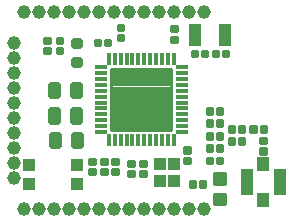
<source format=gbr>
G04 EAGLE Gerber RS-274X export*
G75*
%MOMM*%
%FSLAX34Y34*%
%LPD*%
%INSoldermask Top*%
%IPPOS*%
%AMOC8*
5,1,8,0,0,1.08239X$1,22.5*%
G01*
%ADD10R,0.977000X0.427000*%
%ADD11R,0.427000X0.977000*%
%ADD12C,0.268850*%
%ADD13C,0.406869*%
%ADD14C,0.631119*%
%ADD15C,0.531859*%
%ADD16R,1.127000X1.927000*%
%ADD17R,0.977000X1.077000*%
%ADD18C,0.400200*%
%ADD19R,1.027000X1.127000*%
%ADD20C,0.428259*%
%ADD21C,1.177000*%
%ADD22R,0.977000X2.327000*%
%ADD23R,1.127000X1.177000*%


D10*
X145371Y71052D03*
X145371Y76052D03*
X145371Y81052D03*
X145371Y86052D03*
X145371Y91052D03*
X145371Y96052D03*
X145371Y101052D03*
X145371Y106052D03*
X145371Y111052D03*
X145371Y116052D03*
X145371Y121052D03*
X145371Y126052D03*
D11*
X138371Y133052D03*
X133371Y133052D03*
X128371Y133052D03*
X123371Y133052D03*
X118371Y133052D03*
X113371Y133052D03*
X108371Y133052D03*
X103371Y133052D03*
X98371Y133052D03*
X93371Y133052D03*
X88371Y133052D03*
X83371Y133052D03*
D10*
X76371Y126052D03*
X76371Y121052D03*
X76371Y116052D03*
X76371Y111052D03*
X76371Y106052D03*
X76371Y101052D03*
X76371Y96052D03*
X76371Y91052D03*
X76371Y86052D03*
X76371Y81052D03*
X76371Y76052D03*
X76371Y71052D03*
D11*
X83371Y64052D03*
X88371Y64052D03*
X93371Y64052D03*
X98371Y64052D03*
X103371Y64052D03*
X108371Y64052D03*
X113371Y64052D03*
X118371Y64052D03*
X123371Y64052D03*
X128371Y64052D03*
X133371Y64052D03*
X138371Y64052D03*
D12*
X85330Y73011D02*
X85330Y124093D01*
X136412Y124093D01*
X136412Y73011D01*
X85330Y73011D01*
X85330Y75566D02*
X136412Y75566D01*
X136412Y78121D02*
X85330Y78121D01*
X85330Y80676D02*
X136412Y80676D01*
X136412Y83231D02*
X85330Y83231D01*
X85330Y85786D02*
X136412Y85786D01*
X136412Y88341D02*
X85330Y88341D01*
X85330Y90896D02*
X136412Y90896D01*
X136412Y93451D02*
X85330Y93451D01*
X85330Y96006D02*
X136412Y96006D01*
X136412Y98561D02*
X85330Y98561D01*
X85330Y101116D02*
X136412Y101116D01*
X136412Y103671D02*
X85330Y103671D01*
X85330Y106226D02*
X136412Y106226D01*
X136412Y108781D02*
X85330Y108781D01*
X85330Y111336D02*
X136412Y111336D01*
X136412Y113891D02*
X85330Y113891D01*
X85330Y116446D02*
X136412Y116446D01*
X136412Y119001D02*
X85330Y119001D01*
X85330Y121556D02*
X136412Y121556D01*
D13*
X43257Y147144D02*
X43257Y149746D01*
X43257Y147144D02*
X40055Y147144D01*
X40055Y149746D01*
X43257Y149746D01*
X40055Y141146D02*
X40055Y138544D01*
X40055Y141146D02*
X43257Y141146D01*
X43257Y138544D01*
X40055Y138544D01*
X32970Y147144D02*
X32970Y149746D01*
X32970Y147144D02*
X29768Y147144D01*
X29768Y149746D01*
X32970Y149746D01*
X29768Y141146D02*
X29768Y138544D01*
X29768Y141146D02*
X32970Y141146D01*
X32970Y138544D01*
X29768Y138544D01*
X90501Y47638D02*
X90501Y45036D01*
X87299Y45036D01*
X87299Y47638D01*
X90501Y47638D01*
X87299Y39038D02*
X87299Y36436D01*
X87299Y39038D02*
X90501Y39038D01*
X90501Y36436D01*
X87299Y36436D01*
X77520Y36309D02*
X77520Y38911D01*
X80722Y38911D01*
X80722Y36309D01*
X77520Y36309D01*
X80722Y44909D02*
X80722Y47511D01*
X80722Y44909D02*
X77520Y44909D01*
X77520Y47511D01*
X80722Y47511D01*
X74979Y148413D02*
X72377Y148413D01*
X74979Y148413D02*
X74979Y145211D01*
X72377Y145211D01*
X72377Y148413D01*
X80977Y145211D02*
X83579Y145211D01*
X80977Y145211D02*
X80977Y148413D01*
X83579Y148413D01*
X83579Y145211D01*
X172326Y139142D02*
X174928Y139142D01*
X174928Y135940D01*
X172326Y135940D01*
X172326Y139142D01*
X180926Y135940D02*
X183528Y135940D01*
X180926Y135940D02*
X180926Y139142D01*
X183528Y139142D01*
X183528Y135940D01*
X165621Y135940D02*
X163019Y135940D01*
X163019Y139142D01*
X165621Y139142D01*
X165621Y135940D01*
X157021Y139142D02*
X154419Y139142D01*
X157021Y139142D02*
X157021Y135940D01*
X154419Y135940D01*
X154419Y139142D01*
X136702Y148450D02*
X136702Y151052D01*
X139904Y151052D01*
X139904Y148450D01*
X136702Y148450D01*
X139904Y157050D02*
X139904Y159652D01*
X139904Y157050D02*
X136702Y157050D01*
X136702Y159652D01*
X139904Y159652D01*
X91744Y152322D02*
X91744Y149720D01*
X91744Y152322D02*
X94946Y152322D01*
X94946Y149720D01*
X91744Y149720D01*
X94946Y158320D02*
X94946Y160922D01*
X94946Y158320D02*
X91744Y158320D01*
X91744Y160922D01*
X94946Y160922D01*
X104090Y45733D02*
X104090Y43131D01*
X100888Y43131D01*
X100888Y45733D01*
X104090Y45733D01*
X100888Y37133D02*
X100888Y34531D01*
X100888Y37133D02*
X104090Y37133D01*
X104090Y34531D01*
X100888Y34531D01*
X70562Y44909D02*
X70562Y47511D01*
X70562Y44909D02*
X67360Y44909D01*
X67360Y47511D01*
X70562Y47511D01*
X67360Y38911D02*
X67360Y36309D01*
X67360Y38911D02*
X70562Y38911D01*
X70562Y36309D01*
X67360Y36309D01*
D14*
X59201Y59682D02*
X54241Y59682D01*
X54241Y68842D01*
X59201Y68842D01*
X59201Y59682D01*
X59201Y65677D02*
X54241Y65677D01*
X40501Y68842D02*
X35541Y68842D01*
X40501Y68842D02*
X40501Y59682D01*
X35541Y59682D01*
X35541Y68842D01*
X35541Y65677D02*
X40501Y65677D01*
X39358Y111260D02*
X34398Y111260D01*
X39358Y111260D02*
X39358Y102100D01*
X34398Y102100D01*
X34398Y111260D01*
X34398Y108095D02*
X39358Y108095D01*
X53098Y102100D02*
X58058Y102100D01*
X53098Y102100D02*
X53098Y111260D01*
X58058Y111260D01*
X58058Y102100D01*
X58058Y108095D02*
X53098Y108095D01*
D13*
X113742Y45733D02*
X113742Y43131D01*
X110540Y43131D01*
X110540Y45733D01*
X113742Y45733D01*
X110540Y37133D02*
X110540Y34531D01*
X110540Y37133D02*
X113742Y37133D01*
X113742Y34531D01*
X110540Y34531D01*
X151461Y54561D02*
X151461Y57163D01*
X151461Y54561D02*
X148259Y54561D01*
X148259Y57163D01*
X151461Y57163D01*
X148259Y48563D02*
X148259Y45961D01*
X148259Y48563D02*
X151461Y48563D01*
X151461Y45961D01*
X148259Y45961D01*
D15*
X53635Y127796D02*
X53635Y131648D01*
X58887Y131648D01*
X58887Y127796D01*
X53635Y127796D01*
X58887Y144196D02*
X58887Y148048D01*
X58887Y144196D02*
X53635Y144196D01*
X53635Y148048D01*
X58887Y148048D01*
D14*
X58185Y80510D02*
X53225Y80510D01*
X53225Y89670D01*
X58185Y89670D01*
X58185Y80510D01*
X58185Y86505D02*
X53225Y86505D01*
X39485Y89670D02*
X34525Y89670D01*
X39485Y89670D02*
X39485Y80510D01*
X34525Y80510D01*
X34525Y89670D01*
X34525Y86505D02*
X39485Y86505D01*
D16*
X181537Y153162D03*
X156537Y153162D03*
D17*
X138211Y29453D03*
X138211Y43953D03*
X126711Y43953D03*
X126711Y29453D03*
D18*
X167193Y76852D02*
X169861Y76852D01*
X167193Y76852D02*
X167193Y80120D01*
X169861Y80120D01*
X169861Y76852D01*
X175833Y76852D02*
X178501Y76852D01*
X175833Y76852D02*
X175833Y80120D01*
X178501Y80120D01*
X178501Y76852D01*
X169988Y87139D02*
X167320Y87139D01*
X167320Y90407D01*
X169988Y90407D01*
X169988Y87139D01*
X175960Y87139D02*
X178628Y87139D01*
X175960Y87139D02*
X175960Y90407D01*
X178628Y90407D01*
X178628Y87139D01*
X178755Y48624D02*
X176087Y48624D01*
X178755Y48624D02*
X178755Y45356D01*
X176087Y45356D01*
X176087Y48624D01*
X170115Y48624D02*
X167447Y48624D01*
X170115Y48624D02*
X170115Y45356D01*
X167447Y45356D01*
X167447Y48624D01*
X167320Y66184D02*
X169988Y66184D01*
X167320Y66184D02*
X167320Y69452D01*
X169988Y69452D01*
X169988Y66184D01*
X175960Y66184D02*
X178628Y66184D01*
X175960Y66184D02*
X175960Y69452D01*
X178628Y69452D01*
X178628Y66184D01*
X194248Y64880D02*
X196916Y64880D01*
X196916Y61612D01*
X194248Y61612D01*
X194248Y64880D01*
X188276Y64880D02*
X185608Y64880D01*
X188276Y64880D02*
X188276Y61612D01*
X185608Y61612D01*
X185608Y64880D01*
X212488Y64963D02*
X212488Y62295D01*
X212488Y64963D02*
X215756Y64963D01*
X215756Y62295D01*
X212488Y62295D01*
X212488Y56323D02*
X212488Y53655D01*
X212488Y56323D02*
X215756Y56323D01*
X215756Y53655D01*
X212488Y53655D01*
X169988Y55897D02*
X167320Y55897D01*
X167320Y59165D01*
X169988Y59165D01*
X169988Y55897D01*
X175960Y55897D02*
X178628Y55897D01*
X175960Y55897D02*
X175960Y59165D01*
X178628Y59165D01*
X178628Y55897D01*
X185735Y71899D02*
X188403Y71899D01*
X185735Y71899D02*
X185735Y75167D01*
X188403Y75167D01*
X188403Y71899D01*
X194375Y71899D02*
X197043Y71899D01*
X194375Y71899D02*
X194375Y75167D01*
X197043Y75167D01*
X197043Y71899D01*
X204150Y72026D02*
X206818Y72026D01*
X204150Y72026D02*
X204150Y75294D01*
X206818Y75294D01*
X206818Y72026D01*
X212790Y72026D02*
X215458Y72026D01*
X212790Y72026D02*
X212790Y75294D01*
X215458Y75294D01*
X215458Y72026D01*
D19*
X56822Y43052D03*
X56822Y27052D03*
X15822Y27052D03*
X15822Y43052D03*
D18*
X152969Y25671D02*
X155637Y25671D01*
X152969Y25671D02*
X152969Y28939D01*
X155637Y28939D01*
X155637Y25671D01*
X161609Y25671D02*
X164277Y25671D01*
X161609Y25671D02*
X161609Y28939D01*
X164277Y28939D01*
X164277Y25671D01*
D20*
X173671Y17711D02*
X180659Y17711D01*
X180659Y10723D01*
X173671Y10723D01*
X173671Y17711D01*
X173671Y14792D02*
X180659Y14792D01*
X180659Y35251D02*
X173671Y35251D01*
X180659Y35251D02*
X180659Y28263D01*
X173671Y28263D01*
X173671Y35251D01*
X173671Y32332D02*
X180659Y32332D01*
D21*
X112903Y6096D03*
X125603Y6096D03*
X138303Y6096D03*
X151003Y6096D03*
X163703Y6096D03*
X100203Y6096D03*
X87503Y6096D03*
X74803Y6096D03*
X62103Y6096D03*
X49403Y6096D03*
X36703Y6096D03*
X24003Y6096D03*
X11303Y6096D03*
X112903Y172466D03*
X125603Y172466D03*
X138303Y172466D03*
X151003Y172466D03*
X163703Y172466D03*
X100203Y172466D03*
X87503Y172466D03*
X74803Y172466D03*
X62103Y172466D03*
X49403Y172466D03*
X36703Y172466D03*
X24003Y172466D03*
X11303Y172466D03*
X3048Y82804D03*
X3048Y70104D03*
X3048Y57404D03*
X3048Y44704D03*
X3048Y32004D03*
X3048Y95504D03*
X3048Y108204D03*
X3048Y120904D03*
X3048Y133604D03*
X3048Y146304D03*
D22*
X200499Y28702D03*
X227999Y28702D03*
D23*
X214249Y43952D03*
X214249Y13452D03*
M02*

</source>
